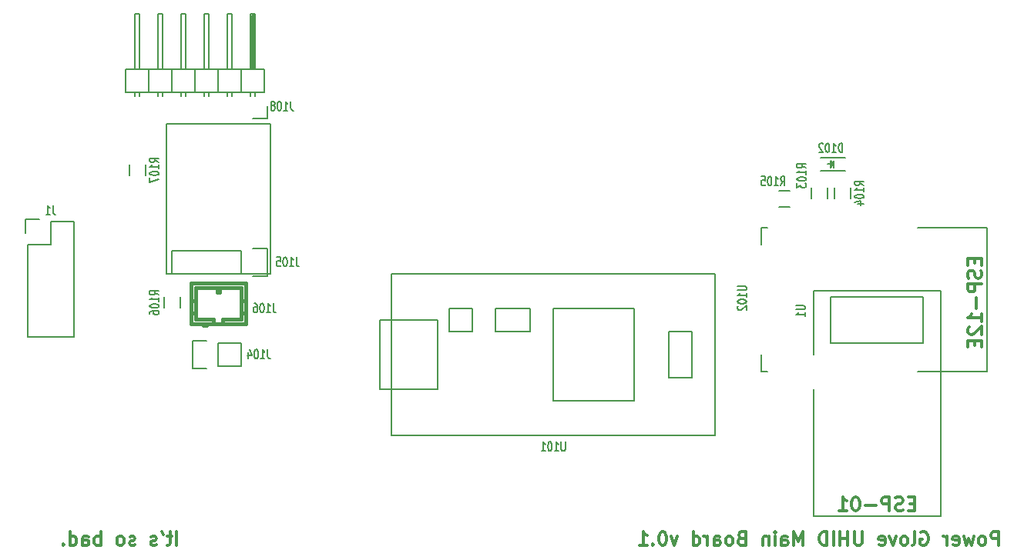
<source format=gbo>
G04 #@! TF.FileFunction,Legend,Bot*
%FSLAX46Y46*%
G04 Gerber Fmt 4.6, Leading zero omitted, Abs format (unit mm)*
G04 Created by KiCad (PCBNEW 4.0.1-stable) date 3/24/2016 2:28:27 AM*
%MOMM*%
G01*
G04 APERTURE LIST*
%ADD10C,0.100000*%
%ADD11C,0.300000*%
%ADD12C,0.200000*%
%ADD13C,0.152400*%
%ADD14C,0.150000*%
%ADD15C,0.381000*%
G04 APERTURE END LIST*
D10*
D11*
X116069286Y-116248571D02*
X116069286Y-114748571D01*
X115569286Y-115248571D02*
X114997857Y-115248571D01*
X115355000Y-114748571D02*
X115355000Y-116034286D01*
X115283572Y-116177143D01*
X115140714Y-116248571D01*
X114997857Y-116248571D01*
X114426429Y-114748571D02*
X114569286Y-115034286D01*
X113855000Y-116177143D02*
X113712143Y-116248571D01*
X113426428Y-116248571D01*
X113283571Y-116177143D01*
X113212143Y-116034286D01*
X113212143Y-115962857D01*
X113283571Y-115820000D01*
X113426428Y-115748571D01*
X113640714Y-115748571D01*
X113783571Y-115677143D01*
X113855000Y-115534286D01*
X113855000Y-115462857D01*
X113783571Y-115320000D01*
X113640714Y-115248571D01*
X113426428Y-115248571D01*
X113283571Y-115320000D01*
X111497857Y-116177143D02*
X111355000Y-116248571D01*
X111069285Y-116248571D01*
X110926428Y-116177143D01*
X110855000Y-116034286D01*
X110855000Y-115962857D01*
X110926428Y-115820000D01*
X111069285Y-115748571D01*
X111283571Y-115748571D01*
X111426428Y-115677143D01*
X111497857Y-115534286D01*
X111497857Y-115462857D01*
X111426428Y-115320000D01*
X111283571Y-115248571D01*
X111069285Y-115248571D01*
X110926428Y-115320000D01*
X109997856Y-116248571D02*
X110140714Y-116177143D01*
X110212142Y-116105714D01*
X110283571Y-115962857D01*
X110283571Y-115534286D01*
X110212142Y-115391429D01*
X110140714Y-115320000D01*
X109997856Y-115248571D01*
X109783571Y-115248571D01*
X109640714Y-115320000D01*
X109569285Y-115391429D01*
X109497856Y-115534286D01*
X109497856Y-115962857D01*
X109569285Y-116105714D01*
X109640714Y-116177143D01*
X109783571Y-116248571D01*
X109997856Y-116248571D01*
X107712142Y-116248571D02*
X107712142Y-114748571D01*
X107712142Y-115320000D02*
X107569285Y-115248571D01*
X107283571Y-115248571D01*
X107140714Y-115320000D01*
X107069285Y-115391429D01*
X106997856Y-115534286D01*
X106997856Y-115962857D01*
X107069285Y-116105714D01*
X107140714Y-116177143D01*
X107283571Y-116248571D01*
X107569285Y-116248571D01*
X107712142Y-116177143D01*
X105712142Y-116248571D02*
X105712142Y-115462857D01*
X105783571Y-115320000D01*
X105926428Y-115248571D01*
X106212142Y-115248571D01*
X106354999Y-115320000D01*
X105712142Y-116177143D02*
X105854999Y-116248571D01*
X106212142Y-116248571D01*
X106354999Y-116177143D01*
X106426428Y-116034286D01*
X106426428Y-115891429D01*
X106354999Y-115748571D01*
X106212142Y-115677143D01*
X105854999Y-115677143D01*
X105712142Y-115605714D01*
X104354999Y-116248571D02*
X104354999Y-114748571D01*
X104354999Y-116177143D02*
X104497856Y-116248571D01*
X104783570Y-116248571D01*
X104926428Y-116177143D01*
X104997856Y-116105714D01*
X105069285Y-115962857D01*
X105069285Y-115534286D01*
X104997856Y-115391429D01*
X104926428Y-115320000D01*
X104783570Y-115248571D01*
X104497856Y-115248571D01*
X104354999Y-115320000D01*
X103640713Y-116105714D02*
X103569285Y-116177143D01*
X103640713Y-116248571D01*
X103712142Y-116177143D01*
X103640713Y-116105714D01*
X103640713Y-116248571D01*
X197182856Y-111652857D02*
X196682856Y-111652857D01*
X196468570Y-112438571D02*
X197182856Y-112438571D01*
X197182856Y-110938571D01*
X196468570Y-110938571D01*
X195897142Y-112367143D02*
X195682856Y-112438571D01*
X195325713Y-112438571D01*
X195182856Y-112367143D01*
X195111427Y-112295714D01*
X195039999Y-112152857D01*
X195039999Y-112010000D01*
X195111427Y-111867143D01*
X195182856Y-111795714D01*
X195325713Y-111724286D01*
X195611427Y-111652857D01*
X195754285Y-111581429D01*
X195825713Y-111510000D01*
X195897142Y-111367143D01*
X195897142Y-111224286D01*
X195825713Y-111081429D01*
X195754285Y-111010000D01*
X195611427Y-110938571D01*
X195254285Y-110938571D01*
X195039999Y-111010000D01*
X194397142Y-112438571D02*
X194397142Y-110938571D01*
X193825714Y-110938571D01*
X193682856Y-111010000D01*
X193611428Y-111081429D01*
X193539999Y-111224286D01*
X193539999Y-111438571D01*
X193611428Y-111581429D01*
X193682856Y-111652857D01*
X193825714Y-111724286D01*
X194397142Y-111724286D01*
X192897142Y-111867143D02*
X191754285Y-111867143D01*
X190754285Y-110938571D02*
X190611428Y-110938571D01*
X190468571Y-111010000D01*
X190397142Y-111081429D01*
X190325713Y-111224286D01*
X190254285Y-111510000D01*
X190254285Y-111867143D01*
X190325713Y-112152857D01*
X190397142Y-112295714D01*
X190468571Y-112367143D01*
X190611428Y-112438571D01*
X190754285Y-112438571D01*
X190897142Y-112367143D01*
X190968571Y-112295714D01*
X191039999Y-112152857D01*
X191111428Y-111867143D01*
X191111428Y-111510000D01*
X191039999Y-111224286D01*
X190968571Y-111081429D01*
X190897142Y-111010000D01*
X190754285Y-110938571D01*
X188825714Y-112438571D02*
X189682857Y-112438571D01*
X189254285Y-112438571D02*
X189254285Y-110938571D01*
X189397142Y-111152857D01*
X189540000Y-111295714D01*
X189682857Y-111367143D01*
X203727857Y-84713572D02*
X203727857Y-85213572D01*
X204513571Y-85427858D02*
X204513571Y-84713572D01*
X203013571Y-84713572D01*
X203013571Y-85427858D01*
X204442143Y-85999286D02*
X204513571Y-86213572D01*
X204513571Y-86570715D01*
X204442143Y-86713572D01*
X204370714Y-86785001D01*
X204227857Y-86856429D01*
X204085000Y-86856429D01*
X203942143Y-86785001D01*
X203870714Y-86713572D01*
X203799286Y-86570715D01*
X203727857Y-86285001D01*
X203656429Y-86142143D01*
X203585000Y-86070715D01*
X203442143Y-85999286D01*
X203299286Y-85999286D01*
X203156429Y-86070715D01*
X203085000Y-86142143D01*
X203013571Y-86285001D01*
X203013571Y-86642143D01*
X203085000Y-86856429D01*
X204513571Y-87499286D02*
X203013571Y-87499286D01*
X203013571Y-88070714D01*
X203085000Y-88213572D01*
X203156429Y-88285000D01*
X203299286Y-88356429D01*
X203513571Y-88356429D01*
X203656429Y-88285000D01*
X203727857Y-88213572D01*
X203799286Y-88070714D01*
X203799286Y-87499286D01*
X203942143Y-88999286D02*
X203942143Y-90142143D01*
X204513571Y-91642143D02*
X204513571Y-90785000D01*
X204513571Y-91213572D02*
X203013571Y-91213572D01*
X203227857Y-91070715D01*
X203370714Y-90927857D01*
X203442143Y-90785000D01*
X203156429Y-92213571D02*
X203085000Y-92285000D01*
X203013571Y-92427857D01*
X203013571Y-92785000D01*
X203085000Y-92927857D01*
X203156429Y-92999286D01*
X203299286Y-93070714D01*
X203442143Y-93070714D01*
X203656429Y-92999286D01*
X204513571Y-92142143D01*
X204513571Y-93070714D01*
X203727857Y-93713571D02*
X203727857Y-94213571D01*
X204513571Y-94427857D02*
X204513571Y-93713571D01*
X203013571Y-93713571D01*
X203013571Y-94427857D01*
D12*
X205105000Y-97155000D02*
X197485000Y-97155000D01*
X180340000Y-97155000D02*
X180340000Y-95250000D01*
X186055000Y-95250000D02*
X186055000Y-88265000D01*
X186055000Y-113030000D02*
X186055000Y-99060000D01*
X200025000Y-113030000D02*
X186055000Y-113030000D01*
X200025000Y-88265000D02*
X200025000Y-113030000D01*
X186055000Y-88265000D02*
X200025000Y-88265000D01*
X180340000Y-83185000D02*
X180340000Y-81280000D01*
X180975000Y-97155000D02*
X180340000Y-97155000D01*
X205105000Y-81280000D02*
X205105000Y-97155000D01*
X197485000Y-81280000D02*
X205105000Y-81280000D01*
X180340000Y-81280000D02*
X180975000Y-81280000D01*
X126365000Y-86360000D02*
X120650000Y-86360000D01*
X126365000Y-69850000D02*
X126365000Y-86360000D01*
X114935000Y-69850000D02*
X126365000Y-69850000D01*
X114935000Y-86360000D02*
X114935000Y-69850000D01*
X120650000Y-86360000D02*
X114935000Y-86360000D01*
D11*
X206404285Y-116248571D02*
X206404285Y-114748571D01*
X205832857Y-114748571D01*
X205689999Y-114820000D01*
X205618571Y-114891429D01*
X205547142Y-115034286D01*
X205547142Y-115248571D01*
X205618571Y-115391429D01*
X205689999Y-115462857D01*
X205832857Y-115534286D01*
X206404285Y-115534286D01*
X204689999Y-116248571D02*
X204832857Y-116177143D01*
X204904285Y-116105714D01*
X204975714Y-115962857D01*
X204975714Y-115534286D01*
X204904285Y-115391429D01*
X204832857Y-115320000D01*
X204689999Y-115248571D01*
X204475714Y-115248571D01*
X204332857Y-115320000D01*
X204261428Y-115391429D01*
X204189999Y-115534286D01*
X204189999Y-115962857D01*
X204261428Y-116105714D01*
X204332857Y-116177143D01*
X204475714Y-116248571D01*
X204689999Y-116248571D01*
X203689999Y-115248571D02*
X203404285Y-116248571D01*
X203118571Y-115534286D01*
X202832856Y-116248571D01*
X202547142Y-115248571D01*
X201404285Y-116177143D02*
X201547142Y-116248571D01*
X201832856Y-116248571D01*
X201975713Y-116177143D01*
X202047142Y-116034286D01*
X202047142Y-115462857D01*
X201975713Y-115320000D01*
X201832856Y-115248571D01*
X201547142Y-115248571D01*
X201404285Y-115320000D01*
X201332856Y-115462857D01*
X201332856Y-115605714D01*
X202047142Y-115748571D01*
X200689999Y-116248571D02*
X200689999Y-115248571D01*
X200689999Y-115534286D02*
X200618571Y-115391429D01*
X200547142Y-115320000D01*
X200404285Y-115248571D01*
X200261428Y-115248571D01*
X197832857Y-114820000D02*
X197975714Y-114748571D01*
X198190000Y-114748571D01*
X198404285Y-114820000D01*
X198547143Y-114962857D01*
X198618571Y-115105714D01*
X198690000Y-115391429D01*
X198690000Y-115605714D01*
X198618571Y-115891429D01*
X198547143Y-116034286D01*
X198404285Y-116177143D01*
X198190000Y-116248571D01*
X198047143Y-116248571D01*
X197832857Y-116177143D01*
X197761428Y-116105714D01*
X197761428Y-115605714D01*
X198047143Y-115605714D01*
X196904285Y-116248571D02*
X197047143Y-116177143D01*
X197118571Y-116034286D01*
X197118571Y-114748571D01*
X196118571Y-116248571D02*
X196261429Y-116177143D01*
X196332857Y-116105714D01*
X196404286Y-115962857D01*
X196404286Y-115534286D01*
X196332857Y-115391429D01*
X196261429Y-115320000D01*
X196118571Y-115248571D01*
X195904286Y-115248571D01*
X195761429Y-115320000D01*
X195690000Y-115391429D01*
X195618571Y-115534286D01*
X195618571Y-115962857D01*
X195690000Y-116105714D01*
X195761429Y-116177143D01*
X195904286Y-116248571D01*
X196118571Y-116248571D01*
X195118571Y-115248571D02*
X194761428Y-116248571D01*
X194404286Y-115248571D01*
X193261429Y-116177143D02*
X193404286Y-116248571D01*
X193690000Y-116248571D01*
X193832857Y-116177143D01*
X193904286Y-116034286D01*
X193904286Y-115462857D01*
X193832857Y-115320000D01*
X193690000Y-115248571D01*
X193404286Y-115248571D01*
X193261429Y-115320000D01*
X193190000Y-115462857D01*
X193190000Y-115605714D01*
X193904286Y-115748571D01*
X191404286Y-114748571D02*
X191404286Y-115962857D01*
X191332858Y-116105714D01*
X191261429Y-116177143D01*
X191118572Y-116248571D01*
X190832858Y-116248571D01*
X190690000Y-116177143D01*
X190618572Y-116105714D01*
X190547143Y-115962857D01*
X190547143Y-114748571D01*
X189832857Y-116248571D02*
X189832857Y-114748571D01*
X189832857Y-115462857D02*
X188975714Y-115462857D01*
X188975714Y-116248571D02*
X188975714Y-114748571D01*
X188261428Y-116248571D02*
X188261428Y-114748571D01*
X187547142Y-116248571D02*
X187547142Y-114748571D01*
X187189999Y-114748571D01*
X186975714Y-114820000D01*
X186832856Y-114962857D01*
X186761428Y-115105714D01*
X186689999Y-115391429D01*
X186689999Y-115605714D01*
X186761428Y-115891429D01*
X186832856Y-116034286D01*
X186975714Y-116177143D01*
X187189999Y-116248571D01*
X187547142Y-116248571D01*
X184904285Y-116248571D02*
X184904285Y-114748571D01*
X184404285Y-115820000D01*
X183904285Y-114748571D01*
X183904285Y-116248571D01*
X182547142Y-116248571D02*
X182547142Y-115462857D01*
X182618571Y-115320000D01*
X182761428Y-115248571D01*
X183047142Y-115248571D01*
X183189999Y-115320000D01*
X182547142Y-116177143D02*
X182689999Y-116248571D01*
X183047142Y-116248571D01*
X183189999Y-116177143D01*
X183261428Y-116034286D01*
X183261428Y-115891429D01*
X183189999Y-115748571D01*
X183047142Y-115677143D01*
X182689999Y-115677143D01*
X182547142Y-115605714D01*
X181832856Y-116248571D02*
X181832856Y-115248571D01*
X181832856Y-114748571D02*
X181904285Y-114820000D01*
X181832856Y-114891429D01*
X181761428Y-114820000D01*
X181832856Y-114748571D01*
X181832856Y-114891429D01*
X181118570Y-115248571D02*
X181118570Y-116248571D01*
X181118570Y-115391429D02*
X181047142Y-115320000D01*
X180904284Y-115248571D01*
X180689999Y-115248571D01*
X180547142Y-115320000D01*
X180475713Y-115462857D01*
X180475713Y-116248571D01*
X178118570Y-115462857D02*
X177904284Y-115534286D01*
X177832856Y-115605714D01*
X177761427Y-115748571D01*
X177761427Y-115962857D01*
X177832856Y-116105714D01*
X177904284Y-116177143D01*
X178047142Y-116248571D01*
X178618570Y-116248571D01*
X178618570Y-114748571D01*
X178118570Y-114748571D01*
X177975713Y-114820000D01*
X177904284Y-114891429D01*
X177832856Y-115034286D01*
X177832856Y-115177143D01*
X177904284Y-115320000D01*
X177975713Y-115391429D01*
X178118570Y-115462857D01*
X178618570Y-115462857D01*
X176904284Y-116248571D02*
X177047142Y-116177143D01*
X177118570Y-116105714D01*
X177189999Y-115962857D01*
X177189999Y-115534286D01*
X177118570Y-115391429D01*
X177047142Y-115320000D01*
X176904284Y-115248571D01*
X176689999Y-115248571D01*
X176547142Y-115320000D01*
X176475713Y-115391429D01*
X176404284Y-115534286D01*
X176404284Y-115962857D01*
X176475713Y-116105714D01*
X176547142Y-116177143D01*
X176689999Y-116248571D01*
X176904284Y-116248571D01*
X175118570Y-116248571D02*
X175118570Y-115462857D01*
X175189999Y-115320000D01*
X175332856Y-115248571D01*
X175618570Y-115248571D01*
X175761427Y-115320000D01*
X175118570Y-116177143D02*
X175261427Y-116248571D01*
X175618570Y-116248571D01*
X175761427Y-116177143D01*
X175832856Y-116034286D01*
X175832856Y-115891429D01*
X175761427Y-115748571D01*
X175618570Y-115677143D01*
X175261427Y-115677143D01*
X175118570Y-115605714D01*
X174404284Y-116248571D02*
X174404284Y-115248571D01*
X174404284Y-115534286D02*
X174332856Y-115391429D01*
X174261427Y-115320000D01*
X174118570Y-115248571D01*
X173975713Y-115248571D01*
X172832856Y-116248571D02*
X172832856Y-114748571D01*
X172832856Y-116177143D02*
X172975713Y-116248571D01*
X173261427Y-116248571D01*
X173404285Y-116177143D01*
X173475713Y-116105714D01*
X173547142Y-115962857D01*
X173547142Y-115534286D01*
X173475713Y-115391429D01*
X173404285Y-115320000D01*
X173261427Y-115248571D01*
X172975713Y-115248571D01*
X172832856Y-115320000D01*
X171118570Y-115248571D02*
X170761427Y-116248571D01*
X170404285Y-115248571D01*
X169547142Y-114748571D02*
X169404285Y-114748571D01*
X169261428Y-114820000D01*
X169189999Y-114891429D01*
X169118570Y-115034286D01*
X169047142Y-115320000D01*
X169047142Y-115677143D01*
X169118570Y-115962857D01*
X169189999Y-116105714D01*
X169261428Y-116177143D01*
X169404285Y-116248571D01*
X169547142Y-116248571D01*
X169689999Y-116177143D01*
X169761428Y-116105714D01*
X169832856Y-115962857D01*
X169904285Y-115677143D01*
X169904285Y-115320000D01*
X169832856Y-115034286D01*
X169761428Y-114891429D01*
X169689999Y-114820000D01*
X169547142Y-114748571D01*
X168404285Y-116105714D02*
X168332857Y-116177143D01*
X168404285Y-116248571D01*
X168475714Y-116177143D01*
X168404285Y-116105714D01*
X168404285Y-116248571D01*
X166904285Y-116248571D02*
X167761428Y-116248571D01*
X167332856Y-116248571D02*
X167332856Y-114748571D01*
X167475713Y-114962857D01*
X167618571Y-115105714D01*
X167761428Y-115177143D01*
D13*
X187960000Y-91440000D02*
X187960000Y-88900000D01*
X187960000Y-88900000D02*
X190500000Y-88900000D01*
X190500000Y-88900000D02*
X198120000Y-88900000D01*
X198120000Y-88900000D02*
X198120000Y-93980000D01*
X198120000Y-93980000D02*
X187960000Y-93980000D01*
X187960000Y-93980000D02*
X187960000Y-91440000D01*
D14*
X139700000Y-91440000D02*
X138430000Y-91440000D01*
X138430000Y-91440000D02*
X138430000Y-99060000D01*
X138430000Y-99060000D02*
X139700000Y-99060000D01*
X151130000Y-90170000D02*
X154940000Y-90170000D01*
X154940000Y-90170000D02*
X154940000Y-92710000D01*
X154940000Y-92710000D02*
X151130000Y-92710000D01*
X151130000Y-92710000D02*
X151130000Y-90170000D01*
X144780000Y-91440000D02*
X144780000Y-99060000D01*
X144780000Y-99060000D02*
X139700000Y-99060000D01*
X144780000Y-91440000D02*
X139700000Y-91440000D01*
X146050000Y-90170000D02*
X148590000Y-90170000D01*
X148590000Y-90170000D02*
X148590000Y-92710000D01*
X148590000Y-92710000D02*
X146050000Y-92710000D01*
X146050000Y-92710000D02*
X146050000Y-90170000D01*
X172720000Y-97790000D02*
X172720000Y-92710000D01*
X172720000Y-92710000D02*
X170180000Y-92710000D01*
X170180000Y-92710000D02*
X170180000Y-97790000D01*
X170180000Y-97790000D02*
X172720000Y-97790000D01*
X166370000Y-90170000D02*
X166370000Y-100330000D01*
X157480000Y-100330000D02*
X157480000Y-90170000D01*
X166370000Y-100330000D02*
X157480000Y-100330000D01*
X166370000Y-90170000D02*
X157480000Y-90170000D01*
X139700000Y-104140000D02*
X175260000Y-104140000D01*
X175260000Y-104140000D02*
X175260000Y-86360000D01*
X175260000Y-86360000D02*
X139700000Y-86360000D01*
X139700000Y-86360000D02*
X139700000Y-104140000D01*
X123190000Y-83820000D02*
X115570000Y-83820000D01*
X123190000Y-86360000D02*
X115570000Y-86360000D01*
X126010000Y-86640000D02*
X124460000Y-86640000D01*
X115570000Y-83820000D02*
X115570000Y-86360000D01*
X123190000Y-86360000D02*
X123190000Y-83820000D01*
X124460000Y-83540000D02*
X126010000Y-83540000D01*
X126010000Y-83540000D02*
X126010000Y-86640000D01*
X190105000Y-78070000D02*
X190105000Y-76870000D01*
X188355000Y-76870000D02*
X188355000Y-78070000D01*
X117830000Y-93700000D02*
X119380000Y-93700000D01*
X123190000Y-93980000D02*
X120650000Y-93980000D01*
X120650000Y-93980000D02*
X120650000Y-96520000D01*
X119380000Y-96800000D02*
X117830000Y-96800000D01*
X117830000Y-96800000D02*
X117830000Y-93700000D01*
X120650000Y-96520000D02*
X123190000Y-96520000D01*
X123190000Y-96520000D02*
X123190000Y-93980000D01*
X187565000Y-78070000D02*
X187565000Y-76870000D01*
X185815000Y-76870000D02*
X185815000Y-78070000D01*
X182280000Y-78980000D02*
X183480000Y-78980000D01*
X183480000Y-77230000D02*
X182280000Y-77230000D01*
X114695000Y-88935000D02*
X114695000Y-90135000D01*
X116445000Y-90135000D02*
X116445000Y-88935000D01*
X110885000Y-74330000D02*
X110885000Y-75530000D01*
X112635000Y-75530000D02*
X112635000Y-74330000D01*
X189560000Y-75045000D02*
X186860000Y-75045000D01*
X189560000Y-73545000D02*
X186860000Y-73545000D01*
X188060000Y-74445000D02*
X188060000Y-74195000D01*
X188060000Y-74195000D02*
X188210000Y-74345000D01*
X188310000Y-73945000D02*
X188310000Y-74645000D01*
X187960000Y-74295000D02*
X187610000Y-74295000D01*
X188310000Y-74295000D02*
X187960000Y-73945000D01*
X187960000Y-73945000D02*
X187960000Y-74645000D01*
X187960000Y-74645000D02*
X188310000Y-74295000D01*
X126010000Y-69245000D02*
X124460000Y-69245000D01*
X126010000Y-67945000D02*
X126010000Y-69245000D01*
X124587000Y-63754000D02*
X124587000Y-57912000D01*
X124587000Y-57912000D02*
X124333000Y-57912000D01*
X124333000Y-57912000D02*
X124333000Y-63754000D01*
X124333000Y-63754000D02*
X124460000Y-63754000D01*
X124460000Y-63754000D02*
X124460000Y-57912000D01*
X124714000Y-66421000D02*
X124714000Y-66802000D01*
X124206000Y-66421000D02*
X124206000Y-66802000D01*
X122174000Y-66421000D02*
X122174000Y-66802000D01*
X121666000Y-66421000D02*
X121666000Y-66802000D01*
X119634000Y-66421000D02*
X119634000Y-66802000D01*
X119126000Y-66421000D02*
X119126000Y-66802000D01*
X111506000Y-66421000D02*
X111506000Y-66802000D01*
X112014000Y-66421000D02*
X112014000Y-66802000D01*
X114046000Y-66421000D02*
X114046000Y-66802000D01*
X114554000Y-66421000D02*
X114554000Y-66802000D01*
X116586000Y-66421000D02*
X116586000Y-66802000D01*
X117094000Y-66421000D02*
X117094000Y-66802000D01*
X125730000Y-66421000D02*
X125730000Y-63881000D01*
X123190000Y-66421000D02*
X123190000Y-63881000D01*
X123190000Y-66421000D02*
X120650000Y-66421000D01*
X120650000Y-66421000D02*
X120650000Y-63881000D01*
X122174000Y-63881000D02*
X122174000Y-57785000D01*
X122174000Y-57785000D02*
X121666000Y-57785000D01*
X121666000Y-57785000D02*
X121666000Y-63881000D01*
X120650000Y-63881000D02*
X123190000Y-63881000D01*
X123190000Y-63881000D02*
X125730000Y-63881000D01*
X124206000Y-57785000D02*
X124206000Y-63881000D01*
X124714000Y-57785000D02*
X124206000Y-57785000D01*
X124714000Y-63881000D02*
X124714000Y-57785000D01*
X123190000Y-66421000D02*
X123190000Y-63881000D01*
X125730000Y-66421000D02*
X123190000Y-66421000D01*
X115570000Y-66421000D02*
X115570000Y-63881000D01*
X115570000Y-66421000D02*
X113030000Y-66421000D01*
X113030000Y-66421000D02*
X113030000Y-63881000D01*
X114554000Y-63881000D02*
X114554000Y-57785000D01*
X114554000Y-57785000D02*
X114046000Y-57785000D01*
X114046000Y-57785000D02*
X114046000Y-63881000D01*
X113030000Y-63881000D02*
X115570000Y-63881000D01*
X110490000Y-63881000D02*
X113030000Y-63881000D01*
X111506000Y-57785000D02*
X111506000Y-63881000D01*
X112014000Y-57785000D02*
X111506000Y-57785000D01*
X112014000Y-63881000D02*
X112014000Y-57785000D01*
X110490000Y-66421000D02*
X110490000Y-63881000D01*
X113030000Y-66421000D02*
X110490000Y-66421000D01*
X113030000Y-66421000D02*
X113030000Y-63881000D01*
X118110000Y-66421000D02*
X118110000Y-63881000D01*
X118110000Y-66421000D02*
X115570000Y-66421000D01*
X115570000Y-66421000D02*
X115570000Y-63881000D01*
X117094000Y-63881000D02*
X117094000Y-57785000D01*
X117094000Y-57785000D02*
X116586000Y-57785000D01*
X116586000Y-57785000D02*
X116586000Y-63881000D01*
X115570000Y-63881000D02*
X118110000Y-63881000D01*
X118110000Y-63881000D02*
X120650000Y-63881000D01*
X119126000Y-57785000D02*
X119126000Y-63881000D01*
X119634000Y-57785000D02*
X119126000Y-57785000D01*
X119634000Y-63881000D02*
X119634000Y-57785000D01*
X118110000Y-66421000D02*
X118110000Y-63881000D01*
X120650000Y-66421000D02*
X118110000Y-66421000D01*
X120650000Y-66421000D02*
X120650000Y-63881000D01*
D15*
X120550940Y-87868760D02*
X120550940Y-88369140D01*
X120550940Y-88369140D02*
X120749060Y-88369140D01*
X120749060Y-88369140D02*
X120749060Y-87868760D01*
X123649740Y-90670380D02*
X123149360Y-90670380D01*
X123149360Y-89369900D02*
X123649740Y-89369900D01*
X118150640Y-89369900D02*
X117650260Y-89369900D01*
X118150640Y-90670380D02*
X117650260Y-90670380D01*
X120149620Y-91869260D02*
X120149620Y-91368880D01*
X120149620Y-91368880D02*
X118150640Y-91368880D01*
X118150640Y-91368880D02*
X118150640Y-87868760D01*
X118150640Y-87868760D02*
X123149360Y-87868760D01*
X123149360Y-87868760D02*
X123149360Y-91368880D01*
X123149360Y-91368880D02*
X121150380Y-91368880D01*
X121150380Y-91368880D02*
X121150380Y-91869260D01*
X117650260Y-91869260D02*
X117650260Y-87370920D01*
X123649740Y-91869260D02*
X123649740Y-87370920D01*
X119349520Y-91869260D02*
X119349520Y-92069920D01*
X119349520Y-92069920D02*
X119049800Y-92069920D01*
X119049800Y-92069920D02*
X119049800Y-91869260D01*
X123649740Y-91869260D02*
X117650260Y-91869260D01*
X117650260Y-87370920D02*
X123649740Y-87370920D01*
D14*
X104775000Y-80645000D02*
X104775000Y-93345000D01*
X104775000Y-93345000D02*
X99695000Y-93345000D01*
X99695000Y-93345000D02*
X99695000Y-83185000D01*
X104775000Y-80645000D02*
X102235000Y-80645000D01*
X99415000Y-81915000D02*
X99415000Y-80365000D01*
X102235000Y-80645000D02*
X102235000Y-83185000D01*
X102235000Y-83185000D02*
X99695000Y-83185000D01*
X99415000Y-80365000D02*
X100965000Y-80365000D01*
X184110381Y-89852571D02*
X184919905Y-89852571D01*
X185015143Y-89888286D01*
X185062762Y-89924000D01*
X185110381Y-89995429D01*
X185110381Y-90138286D01*
X185062762Y-90209714D01*
X185015143Y-90245429D01*
X184919905Y-90281143D01*
X184110381Y-90281143D01*
X185110381Y-91031143D02*
X185110381Y-90602571D01*
X185110381Y-90816857D02*
X184110381Y-90816857D01*
X184253238Y-90745428D01*
X184348476Y-90674000D01*
X184396095Y-90602571D01*
X177697381Y-87739285D02*
X178506905Y-87739285D01*
X178602143Y-87775000D01*
X178649762Y-87810714D01*
X178697381Y-87882143D01*
X178697381Y-88025000D01*
X178649762Y-88096428D01*
X178602143Y-88132143D01*
X178506905Y-88167857D01*
X177697381Y-88167857D01*
X178697381Y-88917857D02*
X178697381Y-88489285D01*
X178697381Y-88703571D02*
X177697381Y-88703571D01*
X177840238Y-88632142D01*
X177935476Y-88560714D01*
X177983095Y-88489285D01*
X177697381Y-89382143D02*
X177697381Y-89453571D01*
X177745000Y-89525000D01*
X177792619Y-89560714D01*
X177887857Y-89596428D01*
X178078333Y-89632143D01*
X178316429Y-89632143D01*
X178506905Y-89596428D01*
X178602143Y-89560714D01*
X178649762Y-89525000D01*
X178697381Y-89453571D01*
X178697381Y-89382143D01*
X178649762Y-89310714D01*
X178602143Y-89275000D01*
X178506905Y-89239285D01*
X178316429Y-89203571D01*
X178078333Y-89203571D01*
X177887857Y-89239285D01*
X177792619Y-89275000D01*
X177745000Y-89310714D01*
X177697381Y-89382143D01*
X177792619Y-89917857D02*
X177745000Y-89953571D01*
X177697381Y-90025000D01*
X177697381Y-90203571D01*
X177745000Y-90275000D01*
X177792619Y-90310714D01*
X177887857Y-90346429D01*
X177983095Y-90346429D01*
X178125952Y-90310714D01*
X178697381Y-89882143D01*
X178697381Y-90346429D01*
X158765715Y-104862381D02*
X158765715Y-105671905D01*
X158730000Y-105767143D01*
X158694286Y-105814762D01*
X158622857Y-105862381D01*
X158480000Y-105862381D01*
X158408572Y-105814762D01*
X158372857Y-105767143D01*
X158337143Y-105671905D01*
X158337143Y-104862381D01*
X157587143Y-105862381D02*
X158015715Y-105862381D01*
X157801429Y-105862381D02*
X157801429Y-104862381D01*
X157872858Y-105005238D01*
X157944286Y-105100476D01*
X158015715Y-105148095D01*
X157122857Y-104862381D02*
X157051429Y-104862381D01*
X156980000Y-104910000D01*
X156944286Y-104957619D01*
X156908572Y-105052857D01*
X156872857Y-105243333D01*
X156872857Y-105481429D01*
X156908572Y-105671905D01*
X156944286Y-105767143D01*
X156980000Y-105814762D01*
X157051429Y-105862381D01*
X157122857Y-105862381D01*
X157194286Y-105814762D01*
X157230000Y-105767143D01*
X157265715Y-105671905D01*
X157301429Y-105481429D01*
X157301429Y-105243333D01*
X157265715Y-105052857D01*
X157230000Y-104957619D01*
X157194286Y-104910000D01*
X157122857Y-104862381D01*
X156158571Y-105862381D02*
X156587143Y-105862381D01*
X156372857Y-105862381D02*
X156372857Y-104862381D01*
X156444286Y-105005238D01*
X156515714Y-105100476D01*
X156587143Y-105148095D01*
X129234286Y-84542381D02*
X129234286Y-85256667D01*
X129270000Y-85399524D01*
X129341429Y-85494762D01*
X129448572Y-85542381D01*
X129520000Y-85542381D01*
X128484285Y-85542381D02*
X128912857Y-85542381D01*
X128698571Y-85542381D02*
X128698571Y-84542381D01*
X128770000Y-84685238D01*
X128841428Y-84780476D01*
X128912857Y-84828095D01*
X128019999Y-84542381D02*
X127948571Y-84542381D01*
X127877142Y-84590000D01*
X127841428Y-84637619D01*
X127805714Y-84732857D01*
X127769999Y-84923333D01*
X127769999Y-85161429D01*
X127805714Y-85351905D01*
X127841428Y-85447143D01*
X127877142Y-85494762D01*
X127948571Y-85542381D01*
X128019999Y-85542381D01*
X128091428Y-85494762D01*
X128127142Y-85447143D01*
X128162857Y-85351905D01*
X128198571Y-85161429D01*
X128198571Y-84923333D01*
X128162857Y-84732857D01*
X128127142Y-84637619D01*
X128091428Y-84590000D01*
X128019999Y-84542381D01*
X127091428Y-84542381D02*
X127448571Y-84542381D01*
X127484285Y-85018571D01*
X127448571Y-84970952D01*
X127377142Y-84923333D01*
X127198571Y-84923333D01*
X127127142Y-84970952D01*
X127091428Y-85018571D01*
X127055713Y-85113810D01*
X127055713Y-85351905D01*
X127091428Y-85447143D01*
X127127142Y-85494762D01*
X127198571Y-85542381D01*
X127377142Y-85542381D01*
X127448571Y-85494762D01*
X127484285Y-85447143D01*
X191587381Y-76630714D02*
X191111190Y-76380714D01*
X191587381Y-76202142D02*
X190587381Y-76202142D01*
X190587381Y-76487857D01*
X190635000Y-76559285D01*
X190682619Y-76595000D01*
X190777857Y-76630714D01*
X190920714Y-76630714D01*
X191015952Y-76595000D01*
X191063571Y-76559285D01*
X191111190Y-76487857D01*
X191111190Y-76202142D01*
X191587381Y-77345000D02*
X191587381Y-76916428D01*
X191587381Y-77130714D02*
X190587381Y-77130714D01*
X190730238Y-77059285D01*
X190825476Y-76987857D01*
X190873095Y-76916428D01*
X190587381Y-77809286D02*
X190587381Y-77880714D01*
X190635000Y-77952143D01*
X190682619Y-77987857D01*
X190777857Y-78023571D01*
X190968333Y-78059286D01*
X191206429Y-78059286D01*
X191396905Y-78023571D01*
X191492143Y-77987857D01*
X191539762Y-77952143D01*
X191587381Y-77880714D01*
X191587381Y-77809286D01*
X191539762Y-77737857D01*
X191492143Y-77702143D01*
X191396905Y-77666428D01*
X191206429Y-77630714D01*
X190968333Y-77630714D01*
X190777857Y-77666428D01*
X190682619Y-77702143D01*
X190635000Y-77737857D01*
X190587381Y-77809286D01*
X190920714Y-78702143D02*
X191587381Y-78702143D01*
X190539762Y-78523572D02*
X191254048Y-78345000D01*
X191254048Y-78809286D01*
X126059286Y-94702381D02*
X126059286Y-95416667D01*
X126095000Y-95559524D01*
X126166429Y-95654762D01*
X126273572Y-95702381D01*
X126345000Y-95702381D01*
X125309285Y-95702381D02*
X125737857Y-95702381D01*
X125523571Y-95702381D02*
X125523571Y-94702381D01*
X125595000Y-94845238D01*
X125666428Y-94940476D01*
X125737857Y-94988095D01*
X124844999Y-94702381D02*
X124773571Y-94702381D01*
X124702142Y-94750000D01*
X124666428Y-94797619D01*
X124630714Y-94892857D01*
X124594999Y-95083333D01*
X124594999Y-95321429D01*
X124630714Y-95511905D01*
X124666428Y-95607143D01*
X124702142Y-95654762D01*
X124773571Y-95702381D01*
X124844999Y-95702381D01*
X124916428Y-95654762D01*
X124952142Y-95607143D01*
X124987857Y-95511905D01*
X125023571Y-95321429D01*
X125023571Y-95083333D01*
X124987857Y-94892857D01*
X124952142Y-94797619D01*
X124916428Y-94750000D01*
X124844999Y-94702381D01*
X123952142Y-95035714D02*
X123952142Y-95702381D01*
X124130713Y-94654762D02*
X124309285Y-95369048D01*
X123844999Y-95369048D01*
X185237381Y-74725714D02*
X184761190Y-74475714D01*
X185237381Y-74297142D02*
X184237381Y-74297142D01*
X184237381Y-74582857D01*
X184285000Y-74654285D01*
X184332619Y-74690000D01*
X184427857Y-74725714D01*
X184570714Y-74725714D01*
X184665952Y-74690000D01*
X184713571Y-74654285D01*
X184761190Y-74582857D01*
X184761190Y-74297142D01*
X185237381Y-75440000D02*
X185237381Y-75011428D01*
X185237381Y-75225714D02*
X184237381Y-75225714D01*
X184380238Y-75154285D01*
X184475476Y-75082857D01*
X184523095Y-75011428D01*
X184237381Y-75904286D02*
X184237381Y-75975714D01*
X184285000Y-76047143D01*
X184332619Y-76082857D01*
X184427857Y-76118571D01*
X184618333Y-76154286D01*
X184856429Y-76154286D01*
X185046905Y-76118571D01*
X185142143Y-76082857D01*
X185189762Y-76047143D01*
X185237381Y-75975714D01*
X185237381Y-75904286D01*
X185189762Y-75832857D01*
X185142143Y-75797143D01*
X185046905Y-75761428D01*
X184856429Y-75725714D01*
X184618333Y-75725714D01*
X184427857Y-75761428D01*
X184332619Y-75797143D01*
X184285000Y-75832857D01*
X184237381Y-75904286D01*
X184237381Y-76404286D02*
X184237381Y-76868572D01*
X184618333Y-76618572D01*
X184618333Y-76725714D01*
X184665952Y-76797143D01*
X184713571Y-76832857D01*
X184808810Y-76868572D01*
X185046905Y-76868572D01*
X185142143Y-76832857D01*
X185189762Y-76797143D01*
X185237381Y-76725714D01*
X185237381Y-76511429D01*
X185189762Y-76440000D01*
X185142143Y-76404286D01*
X182449286Y-76652381D02*
X182699286Y-76176190D01*
X182877858Y-76652381D02*
X182877858Y-75652381D01*
X182592143Y-75652381D01*
X182520715Y-75700000D01*
X182485000Y-75747619D01*
X182449286Y-75842857D01*
X182449286Y-75985714D01*
X182485000Y-76080952D01*
X182520715Y-76128571D01*
X182592143Y-76176190D01*
X182877858Y-76176190D01*
X181735000Y-76652381D02*
X182163572Y-76652381D01*
X181949286Y-76652381D02*
X181949286Y-75652381D01*
X182020715Y-75795238D01*
X182092143Y-75890476D01*
X182163572Y-75938095D01*
X181270714Y-75652381D02*
X181199286Y-75652381D01*
X181127857Y-75700000D01*
X181092143Y-75747619D01*
X181056429Y-75842857D01*
X181020714Y-76033333D01*
X181020714Y-76271429D01*
X181056429Y-76461905D01*
X181092143Y-76557143D01*
X181127857Y-76604762D01*
X181199286Y-76652381D01*
X181270714Y-76652381D01*
X181342143Y-76604762D01*
X181377857Y-76557143D01*
X181413572Y-76461905D01*
X181449286Y-76271429D01*
X181449286Y-76033333D01*
X181413572Y-75842857D01*
X181377857Y-75747619D01*
X181342143Y-75700000D01*
X181270714Y-75652381D01*
X180342143Y-75652381D02*
X180699286Y-75652381D01*
X180735000Y-76128571D01*
X180699286Y-76080952D01*
X180627857Y-76033333D01*
X180449286Y-76033333D01*
X180377857Y-76080952D01*
X180342143Y-76128571D01*
X180306428Y-76223810D01*
X180306428Y-76461905D01*
X180342143Y-76557143D01*
X180377857Y-76604762D01*
X180449286Y-76652381D01*
X180627857Y-76652381D01*
X180699286Y-76604762D01*
X180735000Y-76557143D01*
X114117381Y-88695714D02*
X113641190Y-88445714D01*
X114117381Y-88267142D02*
X113117381Y-88267142D01*
X113117381Y-88552857D01*
X113165000Y-88624285D01*
X113212619Y-88660000D01*
X113307857Y-88695714D01*
X113450714Y-88695714D01*
X113545952Y-88660000D01*
X113593571Y-88624285D01*
X113641190Y-88552857D01*
X113641190Y-88267142D01*
X114117381Y-89410000D02*
X114117381Y-88981428D01*
X114117381Y-89195714D02*
X113117381Y-89195714D01*
X113260238Y-89124285D01*
X113355476Y-89052857D01*
X113403095Y-88981428D01*
X113117381Y-89874286D02*
X113117381Y-89945714D01*
X113165000Y-90017143D01*
X113212619Y-90052857D01*
X113307857Y-90088571D01*
X113498333Y-90124286D01*
X113736429Y-90124286D01*
X113926905Y-90088571D01*
X114022143Y-90052857D01*
X114069762Y-90017143D01*
X114117381Y-89945714D01*
X114117381Y-89874286D01*
X114069762Y-89802857D01*
X114022143Y-89767143D01*
X113926905Y-89731428D01*
X113736429Y-89695714D01*
X113498333Y-89695714D01*
X113307857Y-89731428D01*
X113212619Y-89767143D01*
X113165000Y-89802857D01*
X113117381Y-89874286D01*
X113117381Y-90767143D02*
X113117381Y-90624286D01*
X113165000Y-90552857D01*
X113212619Y-90517143D01*
X113355476Y-90445714D01*
X113545952Y-90410000D01*
X113926905Y-90410000D01*
X114022143Y-90445714D01*
X114069762Y-90481429D01*
X114117381Y-90552857D01*
X114117381Y-90695714D01*
X114069762Y-90767143D01*
X114022143Y-90802857D01*
X113926905Y-90838572D01*
X113688810Y-90838572D01*
X113593571Y-90802857D01*
X113545952Y-90767143D01*
X113498333Y-90695714D01*
X113498333Y-90552857D01*
X113545952Y-90481429D01*
X113593571Y-90445714D01*
X113688810Y-90410000D01*
X114117381Y-74090714D02*
X113641190Y-73840714D01*
X114117381Y-73662142D02*
X113117381Y-73662142D01*
X113117381Y-73947857D01*
X113165000Y-74019285D01*
X113212619Y-74055000D01*
X113307857Y-74090714D01*
X113450714Y-74090714D01*
X113545952Y-74055000D01*
X113593571Y-74019285D01*
X113641190Y-73947857D01*
X113641190Y-73662142D01*
X114117381Y-74805000D02*
X114117381Y-74376428D01*
X114117381Y-74590714D02*
X113117381Y-74590714D01*
X113260238Y-74519285D01*
X113355476Y-74447857D01*
X113403095Y-74376428D01*
X113117381Y-75269286D02*
X113117381Y-75340714D01*
X113165000Y-75412143D01*
X113212619Y-75447857D01*
X113307857Y-75483571D01*
X113498333Y-75519286D01*
X113736429Y-75519286D01*
X113926905Y-75483571D01*
X114022143Y-75447857D01*
X114069762Y-75412143D01*
X114117381Y-75340714D01*
X114117381Y-75269286D01*
X114069762Y-75197857D01*
X114022143Y-75162143D01*
X113926905Y-75126428D01*
X113736429Y-75090714D01*
X113498333Y-75090714D01*
X113307857Y-75126428D01*
X113212619Y-75162143D01*
X113165000Y-75197857D01*
X113117381Y-75269286D01*
X113117381Y-75769286D02*
X113117381Y-76269286D01*
X114117381Y-75947857D01*
X189227858Y-72997381D02*
X189227858Y-71997381D01*
X189049286Y-71997381D01*
X188942143Y-72045000D01*
X188870715Y-72140238D01*
X188835000Y-72235476D01*
X188799286Y-72425952D01*
X188799286Y-72568810D01*
X188835000Y-72759286D01*
X188870715Y-72854524D01*
X188942143Y-72949762D01*
X189049286Y-72997381D01*
X189227858Y-72997381D01*
X188085000Y-72997381D02*
X188513572Y-72997381D01*
X188299286Y-72997381D02*
X188299286Y-71997381D01*
X188370715Y-72140238D01*
X188442143Y-72235476D01*
X188513572Y-72283095D01*
X187620714Y-71997381D02*
X187549286Y-71997381D01*
X187477857Y-72045000D01*
X187442143Y-72092619D01*
X187406429Y-72187857D01*
X187370714Y-72378333D01*
X187370714Y-72616429D01*
X187406429Y-72806905D01*
X187442143Y-72902143D01*
X187477857Y-72949762D01*
X187549286Y-72997381D01*
X187620714Y-72997381D01*
X187692143Y-72949762D01*
X187727857Y-72902143D01*
X187763572Y-72806905D01*
X187799286Y-72616429D01*
X187799286Y-72378333D01*
X187763572Y-72187857D01*
X187727857Y-72092619D01*
X187692143Y-72045000D01*
X187620714Y-71997381D01*
X187085000Y-72092619D02*
X187049286Y-72045000D01*
X186977857Y-71997381D01*
X186799286Y-71997381D01*
X186727857Y-72045000D01*
X186692143Y-72092619D01*
X186656428Y-72187857D01*
X186656428Y-72283095D01*
X186692143Y-72425952D01*
X187120714Y-72997381D01*
X186656428Y-72997381D01*
X128599286Y-67397381D02*
X128599286Y-68111667D01*
X128635000Y-68254524D01*
X128706429Y-68349762D01*
X128813572Y-68397381D01*
X128885000Y-68397381D01*
X127849285Y-68397381D02*
X128277857Y-68397381D01*
X128063571Y-68397381D02*
X128063571Y-67397381D01*
X128135000Y-67540238D01*
X128206428Y-67635476D01*
X128277857Y-67683095D01*
X127384999Y-67397381D02*
X127313571Y-67397381D01*
X127242142Y-67445000D01*
X127206428Y-67492619D01*
X127170714Y-67587857D01*
X127134999Y-67778333D01*
X127134999Y-68016429D01*
X127170714Y-68206905D01*
X127206428Y-68302143D01*
X127242142Y-68349762D01*
X127313571Y-68397381D01*
X127384999Y-68397381D01*
X127456428Y-68349762D01*
X127492142Y-68302143D01*
X127527857Y-68206905D01*
X127563571Y-68016429D01*
X127563571Y-67778333D01*
X127527857Y-67587857D01*
X127492142Y-67492619D01*
X127456428Y-67445000D01*
X127384999Y-67397381D01*
X126706428Y-67825952D02*
X126777856Y-67778333D01*
X126813571Y-67730714D01*
X126849285Y-67635476D01*
X126849285Y-67587857D01*
X126813571Y-67492619D01*
X126777856Y-67445000D01*
X126706428Y-67397381D01*
X126563571Y-67397381D01*
X126492142Y-67445000D01*
X126456428Y-67492619D01*
X126420713Y-67587857D01*
X126420713Y-67635476D01*
X126456428Y-67730714D01*
X126492142Y-67778333D01*
X126563571Y-67825952D01*
X126706428Y-67825952D01*
X126777856Y-67873571D01*
X126813571Y-67921190D01*
X126849285Y-68016429D01*
X126849285Y-68206905D01*
X126813571Y-68302143D01*
X126777856Y-68349762D01*
X126706428Y-68397381D01*
X126563571Y-68397381D01*
X126492142Y-68349762D01*
X126456428Y-68302143D01*
X126420713Y-68206905D01*
X126420713Y-68016429D01*
X126456428Y-67921190D01*
X126492142Y-67873571D01*
X126563571Y-67825952D01*
X126694286Y-89622381D02*
X126694286Y-90336667D01*
X126730000Y-90479524D01*
X126801429Y-90574762D01*
X126908572Y-90622381D01*
X126980000Y-90622381D01*
X125944285Y-90622381D02*
X126372857Y-90622381D01*
X126158571Y-90622381D02*
X126158571Y-89622381D01*
X126230000Y-89765238D01*
X126301428Y-89860476D01*
X126372857Y-89908095D01*
X125479999Y-89622381D02*
X125408571Y-89622381D01*
X125337142Y-89670000D01*
X125301428Y-89717619D01*
X125265714Y-89812857D01*
X125229999Y-90003333D01*
X125229999Y-90241429D01*
X125265714Y-90431905D01*
X125301428Y-90527143D01*
X125337142Y-90574762D01*
X125408571Y-90622381D01*
X125479999Y-90622381D01*
X125551428Y-90574762D01*
X125587142Y-90527143D01*
X125622857Y-90431905D01*
X125658571Y-90241429D01*
X125658571Y-90003333D01*
X125622857Y-89812857D01*
X125587142Y-89717619D01*
X125551428Y-89670000D01*
X125479999Y-89622381D01*
X124587142Y-89622381D02*
X124729999Y-89622381D01*
X124801428Y-89670000D01*
X124837142Y-89717619D01*
X124908571Y-89860476D01*
X124944285Y-90050952D01*
X124944285Y-90431905D01*
X124908571Y-90527143D01*
X124872856Y-90574762D01*
X124801428Y-90622381D01*
X124658571Y-90622381D01*
X124587142Y-90574762D01*
X124551428Y-90527143D01*
X124515713Y-90431905D01*
X124515713Y-90193810D01*
X124551428Y-90098571D01*
X124587142Y-90050952D01*
X124658571Y-90003333D01*
X124801428Y-90003333D01*
X124872856Y-90050952D01*
X124908571Y-90098571D01*
X124944285Y-90193810D01*
X102485000Y-78827381D02*
X102485000Y-79541667D01*
X102520714Y-79684524D01*
X102592143Y-79779762D01*
X102699286Y-79827381D01*
X102770714Y-79827381D01*
X101734999Y-79827381D02*
X102163571Y-79827381D01*
X101949285Y-79827381D02*
X101949285Y-78827381D01*
X102020714Y-78970238D01*
X102092142Y-79065476D01*
X102163571Y-79113095D01*
M02*

</source>
